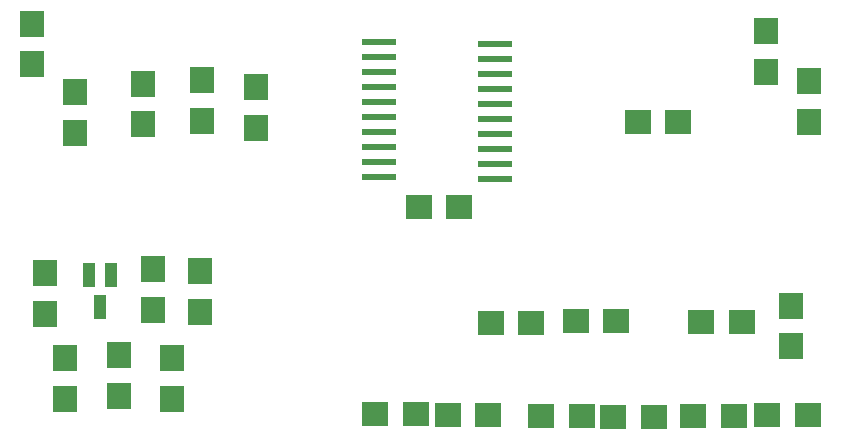
<source format=gbr>
G04 EAGLE Gerber RS-274X export*
G75*
%MOMM*%
%FSLAX34Y34*%
%LPD*%
%INSolderpaste Bottom*%
%IPPOS*%
%AMOC8*
5,1,8,0,0,1.08239X$1,22.5*%
G01*
%ADD10R,2.200000X2.000000*%
%ADD11R,2.000000X2.200000*%
%ADD12R,1.000000X2.000000*%
%ADD13R,3.000000X0.600000*%


D10*
X455720Y420270D03*
X490220Y420270D03*
X595820Y418770D03*
X630320Y418770D03*
X724830Y418660D03*
X759330Y418660D03*
X765880Y498870D03*
X731380Y498870D03*
D11*
X807730Y477760D03*
X807730Y512260D03*
D10*
X516790Y419770D03*
X551290Y419770D03*
D11*
X175930Y505670D03*
X175930Y540170D03*
X354690Y697160D03*
X354690Y662660D03*
D10*
X712270Y667910D03*
X677770Y667910D03*
D11*
X786130Y745040D03*
X786130Y710540D03*
X822970Y667680D03*
X822970Y702180D03*
X164770Y751050D03*
X164770Y716550D03*
X308680Y668520D03*
X308680Y703020D03*
X201270Y658380D03*
X201270Y692880D03*
D10*
X657080Y418270D03*
X691580Y418270D03*
X787480Y419430D03*
X821980Y419430D03*
D11*
X267040Y508930D03*
X267040Y543430D03*
X307510Y507320D03*
X307510Y541820D03*
X259240Y665800D03*
X259240Y700300D03*
D12*
X222250Y511010D03*
X231750Y538010D03*
X212750Y538010D03*
D13*
X458470Y621030D03*
X458470Y633730D03*
X458470Y646430D03*
X458470Y659130D03*
X458470Y671830D03*
X458470Y684530D03*
X458470Y697230D03*
X458470Y709930D03*
X458470Y722630D03*
X458470Y735330D03*
X556872Y734264D03*
X556872Y721564D03*
X556872Y708864D03*
X556872Y696164D03*
X556872Y683464D03*
X556872Y670764D03*
X556872Y658064D03*
X556872Y645364D03*
X556872Y632664D03*
X556872Y619964D03*
D10*
X587730Y497840D03*
X553230Y497840D03*
X625120Y499110D03*
X659620Y499110D03*
X526770Y595630D03*
X492270Y595630D03*
D11*
X283210Y433350D03*
X283210Y467850D03*
X238760Y435890D03*
X238760Y470390D03*
X193040Y433350D03*
X193040Y467850D03*
M02*

</source>
